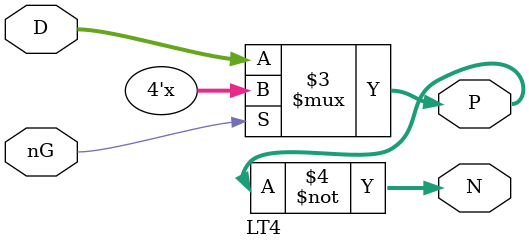
<source format=v>

module LT4(
	input nG,
	input [3:0] D,
	output reg [3:0] P = 4'd0,
	output [3:0] N
);

	always @(*)
		P <= (!nG) ? D : P;		// Latch
	
	assign N = ~P;

endmodule

</source>
